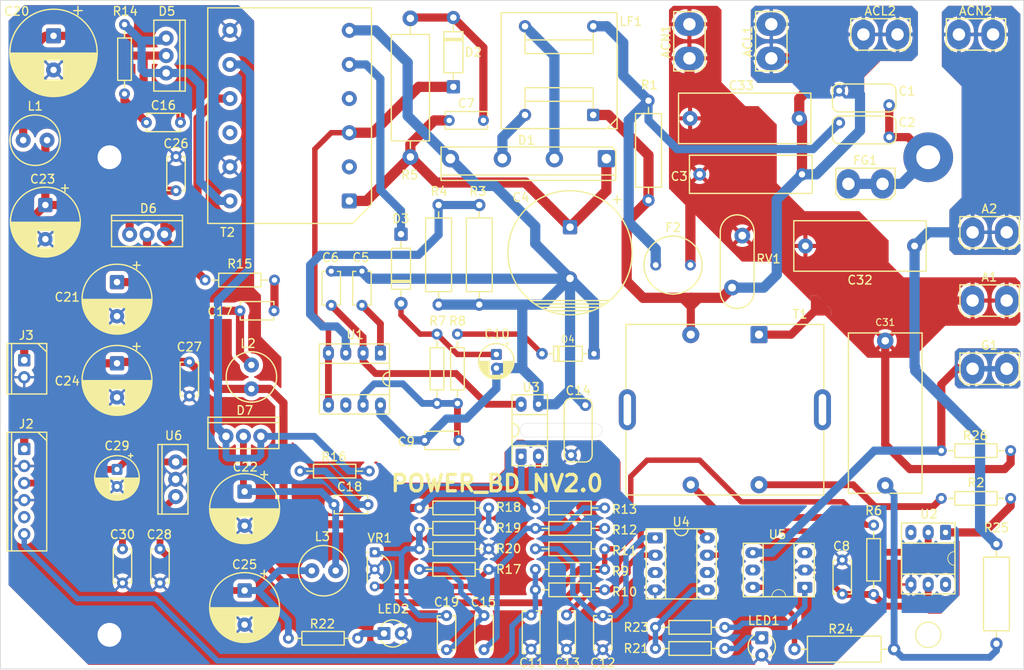
<source format=kicad_pcb>
(kicad_pcb (version 20241229) (generator "pcbnew") (generator_version "9.0")
  (layers (0 "F.Cu" signal) (2 "B.Cu" signal) (13 "F.Paste" user) (15 "B.Paste" user) (5 "F.SilkS" user "F.Silkscreen") (7 "B.SilkS" user "B.Silkscreen") (1 "F.Mask" user) (3 "B.Mask" user) (25 "Edge.Cuts" user))
  (net 0 "")
  (net 1 "/N01")
  (net 2 "Net-(A2-Pin_1)")
  (net 3 "/L01")
  (net 4 "GNDPWR")
  (net 5 "Net-(C2-Pad2)")
  (net 6 "Earth")
  (net 7 "Net-(D1-+)")
  (net 8 "Net-(U1-BA)")
  (net 9 "Net-(U1-FB)")
  (net 10 "Net-(D2-K)")
  (net 11 "/ZVC")
  (net 12 "GND")
  (net 13 "Net-(U1-VCC)")
  (net 14 "Net-(D3-K)")
  (net 15 "/PWM_PW")
  (net 16 "Net-(U4-(PCINT5{slash}RESET*{slash}ADC0{slash}dW)_PB5)")
  (net 17 "Net-(U4-(PCINT3{slash}XTAL1{slash}CLKI{slash}OC1B*{slash}ADC3)_PB3)")
  (net 18 "Net-(C15-Pad2)")
  (net 19 "Net-(C15-Pad1)")
  (net 20 "Net-(C16-Pad1)")
  (net 21 "Net-(D5-K)")
  (net 22 "Net-(D6-K)")
  (net 23 "Net-(C17-Pad1)")
  (net 24 "Net-(D7-K)")
  (net 25 "Net-(C18-Pad1)")
  (net 26 "Net-(C19-Pad2)")
  (net 27 "+24V")
  (net 28 "+12V")
  (net 29 "+8V")
  (net 30 "+5V")
  (net 31 "Net-(C31-Pad1)")
  (net 32 "Net-(D1-Pad3)")
  (net 33 "Net-(D1-Pad2)")
  (net 34 "Net-(D2-A)")
  (net 35 "Net-(D3-A)")
  (net 36 "Net-(D4-K)")
  (net 37 "Net-(G1-Pin_1)")
  (net 39 "Net-(LED1-A)")
  (net 40 "Net-(LED2-A)")
  (net 41 "Net-(T1-SB)")
  (net 42 "Net-(R2-Pad2)")
  (net 43 "Net-(U1-CS)")
  (net 44 "Net-(R12-Pad1)")
  (net 45 "Net-(R18-Pad1)")
  (net 46 "Net-(U4-PB0_(MOSI{slash}DI{slash}SDA{slash}AIN0{slash}OC0A{slash}OC1A{slash}AREF{slash}PCINT0))")
  (net 47 "Net-(R23-Pad2)")
  (net 48 "Net-(R24-Pad1)")
  (net 51 "Net-(T1-SA)")
  (net 59 "Net-(T2-N3)")
  (net 60 "Net-(T2-N2)")
  (net 61 "Net-(T2-N1)")
  (footprint "01_MyFoot_ICs:DIP-4_W7.62mm_Socket" (layer "F.Cu") (at 77.6 -34.985 90)
    (property "Reference" "U3")
    (property "Value" "PC817" (hide yes))
  )
  (footprint "04_MyFoot_Passive:104K_275V" (layer "F.Cu") (at 110 -72.5)
    (property "Reference" "C3")
    (property "Value" "MP104K/275V" (hide yes))
  )
  (footprint "04_MyFoot_Passive:R_Axial_0.25W_P10.16mm" (layer "F.Cu") (at 143 -25)
    (property "Reference" "R2")
    (property "Value" "1K" (hide yes))
  )
  (footprint "04_MyFoot_Passive:L_Radial_D7.5mm_P3.50mm" (layer "F.Cu") (at 47.4 -14.4 180)
    (property "Reference" "L3")
    (property "Value" "2.2uH/4.2A")
  )
  (footprint "04_MyFoot_Passive:R_Axial_0.25W_P10.16mm" (layer "F.Cu") (at 101.1 -6.1)
    (property "Reference" "R23")
    (property "Value" "330R" (hide yes))
  )
  (footprint "04_MyFoot_Passive:C_Disc_D4.7mm_P5.00mm" (layer "F.Cu") (at 51.4 -24.1 180)
    (property "Reference" "C18")
    (property "Value" "CC471/1kV" (hide yes))
  )
  (footprint "04_MyFoot_Passive:SPARK_KILLER" (layer "F.Cu") (at 109.1 -80.7 180)
    (property "Reference" "C33")
    (property "Value" "CR1201" (hide yes))
  )
  (footprint "01_MyFoot_ICs:TO220_P2.54mm" (layer "F.Cu") (at 25.7 -27.8 90)
    (property "Reference" "U6")
    (property "Value" "LM7805_TO220" (hide yes))
  )
  (footprint "04_MyFoot_Passive:C_Disc_D6.0mm_P5.00mm" (layer "F.Cu") (at 82.9875 -5.4 90)
    (property "Reference" "C13")
    (property "Value" "MLCC475" (hide yes))
  )
  (footprint "04_MyFoot_Passive:CP_Radial_D10.0mm_P5.00mm" (layer "F.Cu") (at 17.1 -54.2 -90)
    (property "Reference" "C21")
    (property "Value" "EC1000uF/25V" (hide yes))
  )
  (footprint "03_MyFoot_Active:TO220AB_P2.55mm" (layer "F.Cu") (at 21.5 -63.7)
    (property "Reference" "D6")
    (property "Value" "MUR1640FCT" (hide yes))
  )
  (footprint "04_MyFoot_Passive:C_Disc_D4.7mm_P5.00mm" (layer "F.Cu") (at 48.5 -55.8 -90)
    (property "Reference" "C6")
    (property "Value" "MLCC102" (hide yes))
  )
  (footprint "03_MyFoot_Active:GBJ406" (layer "F.Cu") (at 77.4 -74.8 180)
    (property "Reference" "D1")
    (property "Value" "GBJ406" (hide yes))
  )
  (footprint "02_MyFoot_Connectors:SMW250_06P" (layer "F.Cu") (at 3.5 -26 -90)
    (property "Reference" "J2")
    (property "Value" "SMW250-06P" (hide yes))
  )
  (footprint "04_MyFoot_Passive:R_Axial_0.25W_P10.16mm" (layer "F.Cu") (at 66.5 -17.6 180)
    (property "Reference" "R20")
    (property "Value" "10K" (hide yes))
  )
  (footprint "04_MyFoot_Passive:C_Disc_D4.7mm_P5.00mm" (layer "F.Cu") (at 70.9 -5.325 90)
    (property "Reference" "C15")
    (property "Value" "MLCC102" (hide yes))
  )
  (footprint "04_MyFoot_Passive:DS222M" (layer "F.Cu") (at 126.625 -79 180)
    (property "Reference" "C2")
    (property "Value" "DS222M/250VAC" (hide yes))
  )
  (footprint "04_MyFoot_Passive:R_Axial_1W_P14.6mm" (layer "F.Cu") (at 64.2375 -60.7 90)
    (property "Reference" "R4")
    (property "Value" "1.1R/1W/F" (hide yes))
  )
  (footprint "04_MyFoot_Passive:CP_Radial_D5.0mm_P2.00mm" (layer "F.Cu") (at 72.7 -45.1 -90)
    (property "Reference" "C10")
    (property "Value" "EC47uF/35V" (hide yes))
  )
  (footprint "02_MyFoot_Connectors:TAP_250" (layer "F.Cu") (at 129 -93)
    (property "Reference" "ACL2")
    (property "Value" "TAP_250" (hide yes))
  )
  (footprint "04_MyFoot_Passive:R_Axial_0.25W_P10.16mm" (layer "F.Cu") (at 101.1 -3)
    (property "Reference" "R21")
    (property "Value" "1K" (hide yes))
  )
  (footprint "03_MyFoot_Active:ZENER_0_5W_P7.62mm_Hori" (layer "F.Cu") (at 83.2 -46.2)
    (property "Reference" "D4")
    (property "Value" "1N5251" (hide yes))
  )
  (footprint "04_MyFoot_Passive:C_Disc_D6.0mm_P5.00mm" (layer "F.Cu") (at 68.3 -80.4)
    (property "Reference" "C7")
    (property "Value" "CC472/630V" (hide yes))
  )
  (footprint "04_MyFoot_Passive:C_Disc_D4.7mm_P5.00mm" (layer "F.Cu") (at 23.9 -80.1)
    (property "Reference" "C16")
    (property "Value" "CC471/1kV" (hide yes))
  )
  (footprint "04_MyFoot_Passive:EER28_35_12P" (layer "F.Cu") (at 42.4 -81.1 90)
    (property "Reference" "T2")
    (property "Value" "EER28" (hide yes))
  )
  (footprint "04_MyFoot_Passive:C_PP_L23.0mm_W10.9mm_P21.2mm" (layer "F.Cu") (at 129.7 -37.5 90)
    (property "Reference" "C31")
    (property "Value" "MPP104/600V" (hide yes))
  )
  (footprint "04_MyFoot_Passive:R_Axial_0.25W_P10.16mm" (layer "F.Cu") (at 83.5 -11.6)
    (property "Reference" "R10")
    (property "Value" "3.3K" (hide yes))
  )
  (footprint "04_MyFoot_Passive:R_Axial_0.25W_P10.16mm" (layer "F.Cu") (at 83.5 -17.6)
    (property "Reference" "R11")
    (property "Value" "10K" (hide yes))
  )
  (footprint "04_MyFoot_Passive:R_Axial_1W_P14.6mm" (layer "F.Cu") (at 146 -11 -90)
    (property "Reference" "R25")
    (property "Value" "2K/1W" (hide yes))
  )
  (footprint "04_MyFoot_Passive:SPARK_KILLER" (layer "F.Cu") (at 126 -62)
    (property "Reference" "C32")
    (property "Value" "CR1201" (hide yes))
  )
  (footprint "04_MyFoot_Passive:L_Radial_D7.5mm_P3.50mm" (layer "F.Cu") (at 36.8 -42.8 -90)
    (property "Reference" "L2")
    (property "Value" "2.2uH/4.2A")
  )
  (footprint "04_MyFoot_Passive:L_Radial_D7.5mm_P3.50mm" (layer "F.Cu") (at 5.1 -77.5)
    (property "Reference" "L1")
    (property "Value" "2.2uH/4.2A")
  )
  (footprint "04_MyFoot_Passive:C_Disc_D4.7mm_T3.0mm_P5.00mm" (layer "F.Cu") (at 64.7 -33.5)
    (property "Reference" "C9")
    (property "Value" "MLCC104" (hide yes))
  )
  (footprint "04_MyFoot_Passive:R_Axial_1W_P14.6mm" (layer "F.Cu") (at 70.2 -60.7 90)
    (property "Reference" "R3")
    (property "Value" "1.1R/1W/F" (hide yes))
  )
  (footprint "04_MyFoot_Passive:R_Axial_0.25W_P10.16mm" (layer "F.Cu") (at 35.1 -57)
    (property "Reference" "R15")
    (property "Value" "10R" (hide yes))
  )
  (footprint "04_MyFoot_Passive:C_Disc_D4.7mm_T3.0mm_P5.00mm" (layer "F.Cu") (at 23.4 -15.1 90)
    (property "Reference" "C28")
    (property "Value" "MLCC104" (hide yes))
  )
  (footprint "04_MyFoot_Passive:CP_Radial_D10.0mm_P5.00mm" (layer "F.Cu") (at 17.1 -42.3 -90)
    (property "Reference" "C24")
    (property "Value" "EC470uF/25V" (hide yes))
  )
  (footprint "04_MyFoot_Passive:R_Axial_0.25W_P10.16mm" (layer "F.Cu") (at 66.5 -20.6)
    (property "Reference" "R19")
    (property "Value" "18K" (hide yes))
  )
  (footprint "01_MyFoot_ICs:TO92_P2.5mm" (layer "F.Cu") (at 54.875 -14.6 -90)
    (property "Reference" "VR1")
    (property "Value" "TL431A" (hide yes))
  )
  (footprint "06_MyFoot_Mechanical:MTHole_3.5mm" (layer "F.Cu") (at 136 -5)
    (property "Reference" "H4" (hide yes))
    (property "Value" "MountingHole" (hide yes))
  )
  (footprint "04_MyFoot_Passive:C_Disc_D4.7mm_T3.0mm_P5.00mm" (layer "F.Cu") (at 17.9 -15.1 90)
    (property "Reference" "C30")
    (property "Value" "MLCC104" (hide yes))
  )
  (footprint "04_MyFoot_Passive:82uF_400V" (layer "F.Cu") (at 83.5 -61 -90)
    (property "Reference" "C4")
    (property "Value" "EC82uF/400V" (hide yes))
  )
  (footprint "04_MyFoot_Passive:R_Axial_0.25W_P10.16mm" (layer "F.Cu") (at 83.5 -20.6 180)
    (property "Reference" "R12")
    (property "Value" "820R" (hide yes))
  )
  (footprint "04_MyFoot_Passive:C_Disc_D4.7mm_T3.0mm_P5.00mm" (layer "F.Cu") (at 25.75 -72.6 -90)
    (property "Reference" "C26")
    (property "Value" "MLCC104" (hide yes))
  )
  (footprint "04_MyFoot_Passive:R_Axial_0.25W_P10.16mm" (layer "F.Cu") (at 64 -44 -90)
    (property "Reference" "R7")
    (property "Value" "4.7R" (hide yes))
  )
  (footprint "04_MyFoot_Passive:R_Axial_0.25W_P10.16mm" (layer "F.Cu") (at 66.5 -14.6 180)
    (property "Reference" "R17")
    (property "Value" "68K" (hide yes))
  )
  (footprint "03_MyFoot_Active:TO220AB_P2.55mm" (layer "F.Cu") (at 24.3 -89.9 -90)
    (property "Reference" "D5")
    (property "Value" "MUR1640FCT" (hide yes))
  )
  (footprint "04_MyFoot_Passive:R_Axial_0.25W_P10.16mm" (layer "F.Cu") (at 47.3 -4.5 180)
    (property "Reference" "R22")
    (property "Value" "680R" (hide yes))
  )
  (footprint "02_MyFoot_Connectors:TAP_250" (layer "F.Cu") (at 126.8 -71.1)
    (property "Reference" "FG1")
    (property "Value" "TAP_250" (hide yes))
  )
  (footprint "03_MyFoot_Active:TO220AB_P2.55mm" (layer "F.Cu") (at 35.625 -34.1)
    (property "Reference" "D7")
    (property "Value" "MUR1640FCT" (hide yes))
  )
  (footprint "04_MyFoot_Passive:C_Disc_D4.7mm_P5.00mm" (layer "F.Cu") (at 37.625 -52.5 180)
    (property "Reference" "C17")
    (property "Value" "CC471/1kV" (hide yes))
  )
  (footprint "06_MyFoot_Mechanical:MTHole_3.5mm_7.5mmPad_GND" (layer "F.Cu") (at 16 -75)
    (property "Reference" "H2" (hide yes))
    (property "Value" "GND" (hide yes))
  )
  (footprint "02_MyFoot_Connectors:TAP_250" (layer "F.Cu") (at 101 -92 90)
    (property "Reference" "ACN1")
    (property "Value" "TAP_250" (hide yes))
  )
  (footprint "04_MyFoot_Passive:R_Axial_0.25W_P10.16mm" (layer "F.Cu") (at 83.5 -23.6 180)
    (property "Reference" "R13")
    (property "Value" "1.2K" (hide yes))
  )
  (footprint "04_MyFoot_Passive:CP_Radial_D6.3mm_P2.50mm" (layer "F.Cu") (at 17.1 -28 -90)
    (property "Reference" "C29")
    (property "Value" "EC220uF/25V" (hide yes))
  )
  (footprint "04_MyFoot_Passive:R_Axial_0.25W_P10.16mm" (layer "F.Cu") (at 128 -16 90)
    (property "Reference" "R6")
    (property "Value" "10K" (hide yes))
  )
  (footprint "06_MyFoot_Mechanical:MTHole_3.5mm_7.5mmPad_GND" (layer "F.Cu") (at 16 -5)
    (property "Reference" "H3" (hide yes))
    (property "Value" "GND" (hide yes))
  )
  (footprint "04_MyFoot_Passive:R_Axial_0.25W_P10.16mm" (layer "F.Cu") (at 49 -29 180)
    (property "Reference" "R16")
    (property "Value" "10R" (hide yes))
  )
  (footprint "04_MyFoot_Passive:LF1140" (layer "F.Cu") (at 81.9 -87.7 90)
    (property "Reference" "LF1")
    (property "Value" "LF1140_602" (hide yes))
  )
  (footprint "06_MyFoot_Mechanical:MTHole_3.5mm_7.5mmPad_GND" (layer "F.Cu") (at 136 -75)
    (property "Reference" "H1" (hide yes))
    (property "Value" "F_GND" (hide yes))
  )
  (footprint "04_MyFoot_Passive:R_Axial_0.25W_P10.16mm" (layer "F.Cu") (at 67 -44 90)
    (property "Reference" "R8")
    (property "Value" "4.7R" (hide yes))
  )
  (footprint "04_MyFoot_Passive:C_Disc_D4.7mm_T3.0mm_P5.00mm" (layer "F.Cu") (at 27.7 -42.5 90)
    (property "Reference" "C27")
    (property "Value" "MLCC104" (hide yes))
  )
  (footprint "04_MyFoot_Passive:TNR14D_P7.62" (layer "F.Cu") (at 108 -59.7 -90)
    (property "Reference" "RV1")
    (property "Value" "TNR14D471" (hide yes))
  )
  (footprint "03_MyFoot_Active:Diode_P10.16mm" (layer "F.Cu") (at 66.4 -90.4 -90)
    (property "Reference" "D2")
    (property "Value" "UF4007" (hide yes))
  )
  (footprint "04_MyFoot_Passive:DS222M" (layer "F.Cu") (at 126.615 -83.7)
    (property "Reference" "C1")
    (property "Value" "DS222M/250VAC" (hide yes))
  )
  (footprint "04_MyFoot_Passive:EI2811BP" (layer "F.Cu") (at 106.2 -38 180)
    (property "Reference" "T1")
    (property "Value" "EI2811BP" (hide yes))
  )
  (footprint "04_MyFoot_Passive:C_Disc_D4.7mm_P5.00mm" (layer "F.Cu") (at 123.4 -13.475 -90)
    (property "Reference" "C8")
    (property "Value" "MLCC471" (hide yes))
  )
  (footprint "04_MyFoot_Passive:R_Axial_2W_P20.32mm" (layer "F.Cu") (at 60.1 -85.2 90)
    (property "Reference" "R5")
    (property "Value" "56K/2W" (hide yes))
  )
  (footprint "02_MyFoot_Connectors:TAP_250" (layer "F.Cu") (at 113 -92 90)
    (property "Reference" "ACL1")
    (property "Value" "TAP_250" (hide yes))
  )
  (footprint "02_MyFoot_Connectors:TAP_250" (layer "F.Cu") (at 145 -54)
    (property "Reference" "A1")
    (property "Value" "TAP_250" (hide yes))
  )
  (footprint "01_MyFoot_ICs:DIP-6_W7.62mm" (layer "F.Cu") (at 136 -16.2 -90)
    (property "Reference" "U2")
    (property "Value" "H11AA1" (hide yes))
  )
  (footprint "04_MyFoot_Passive:R_Axial_0.25W_P10.16mm" (layer "F.Cu") (at 83.5 -14.6)
    (property "Reference" "R9")
    (property "Value" "4.7K" (hide yes))
  )
  (footprint "02_MyFoot_Connectors:TAP_250" (layer "F.Cu") (at 145 -44)
    (property "Reference" "G1")
    (property "Value" "TAP_250" (hide yes))
  )
  (footprint "04_MyFoot_Passive:R_Axial_1W_P14.6mm" (layer "F.Cu") (at 123.7 -2.9)
    (property "Reference" "R24")
    (property "Value" "220R/1W" (hide yes))
  )
  (footprint "02_MyFoot_Connectors:TAP_250" (layer "F.Cu") (at 145 -64)
    (property "Reference" "A2")
    (property "Value" "TAP_250" (hide yes))
  )
  (footprint "05_MyFoot_Others:SR525ABK" (layer "F.Cu") (at 98.6 -59.2 180)
    (property "Reference" "F2")
    (property "Value" "SR5/2.5A" (hide yes))
  )
  (footprint "04_MyFoot_Passive:R_Axial_0.25W_P10.16mm" (layer "F.Cu") (at 18.2 -89.375 -90)
    (property "Reference" "R14")
    (property "Value" "10R" (hide yes))
  )
  (footprint "04_MyFoot_Passive:CP_Radial_D10.0mm_P5.00mm" (layer "F.Cu") (at 6.6 -65.5 -90)
    (property "Reference" "C23")
    (property "Value" "EC470uF/35V" (hide yes))
  )
  (footprint "03_MyFoot_Active:LED_D3.0mm" (layer "F.Cu") (at 57.5 -5.2 180)
    (property "Reference" "LED2")
    (property "Value" "RED/3Pi" (hide yes))
  )
  (footprint "04_MyFoot_Passive:CP_Radial_D12.5mm_P5.00mm" (layer "F.Cu") (at 7.8 -90.3 -90)
    (property "Reference" "C20")
    (property "Value" "EC1000uF/35V" (hide yes))
  )
  (footprint "04_MyFoot_Passive:R_Axial_1W_P14.6mm" (layer "F.Cu") (at 95 -76 90)
    (property "Reference" "R1")
    (property "Value" "560K/1W" (hide yes))
  )
  (footprint "03_MyFoot_Active:Diode_P10.16mm" (layer "F.Cu") (at 58.725 -58.65 90)
    (property "Reference" "D3")
    (property "Value" "UF4004" (hide yes))
  )
  (footprint "04_MyFoot_Passive:CP_Radial_D10.0mm_P5.00mm" (layer "F.Cu") (at 35.8 -9 -90)
    (property "Reference" "C25")
    (property "Value" "EC470uF/25V" (hide yes))
  )
  (footprint "01_MyFoot_ICs:DIP-8_W7.62mm_Socket" (layer "F.Cu") (at 99.8 -15.4)
    (property "Reference" "U4")
    (property "Value" "ATTINY85-20PU_1" (hide yes))
  )
  (footprint "01_MyFoot_ICs:DIP-6_W7.62mm" (layer "F.Cu") (at 114.1 -14.5 180)
    (property "Reference" "U5")
    (property "Value" "MOC3021M" (hide yes))
  )
  (footprint "04_MyFoot_Passive:C_Disc_D6.0mm_P5.00mm" (layer "F.Cu") (at 77.8 -5.4 90)
    (property "Reference" "C11")
    (property "Value" "MLCC475" (hide yes))
  )
  (footprint "04_MyFoot_Passive:C_Disc_D4.7mm_T3.0mm_P5.00mm" (layer "F.Cu") (at 53 -55.8 -90)
    (property "Reference" "C5")
    (property "Value" "MLCC104" (hide yes))
  )
  (footprint "02_MyFoot_Connectors:SMW250_02P" (layer "F.Cu") (at 3.5 -44 -90)
    (property "Reference" "J3")
    (property "Value" "SMW250-02P" (hide yes))
  )
  (footprint "04_MyFoot_Passive:R_Axial_0.25W_P10.16mm" (layer "F.Cu") (at 66.5 -23.6 180)
    (property "Reference" "R18")
    (property "Value" "20K" (hide yes))
  )
  (footprint "01_MyFoot_ICs:DIP-8_W7.62mm_Socket" (layer "F.Cu") (at 51.9 -42.5 -90)
    (property "Reference" "U1")
    (property "Value" "ICE3BR0665J" (hide yes))
  )
  (footprint "04_MyFoot_Passive:C_Disc_D4.7mm_T3.0mm_P5.00mm" (layer "F.Cu") (at 88.3 -5.325 90)
    (property "Reference" "C12")
    (property "Value" "MLCC104" (hide yes))
  )
  (footprint "04_MyFoot_Passive:R_Axial_0.25W_P10.16mm" (layer "F.Cu") (at 143 -32)
    (property "Reference" "R26")
    (property "Value" "100K/NOT" (hide yes))
  )
  (footprint "02_MyFoot_Connectors:TAP_250" (layer "F.Cu") (at 143 -93)
    (property "Reference" "ACN2")
    (property "Value" "TAP_250" (hide yes))
  )
  (footprint "04_MyFoot_Passive:CP_Radial_D10.0mm_P5.00mm" (layer "F.Cu") (at 35.8 -23.5 -90)
    (property "Reference" "C22")
    (property "Value" "EC1000uF/25V" (hide yes))
  )
  (footprint "04_MyFoot_Passive:C_Disc_D4.7mm_P5.00mm" (layer "F.Cu") (at 65.4 -5.325 90)
    (property "Reference" "C19")
    (property "Value" "MLCC224" (hide yes))
  )
  (footprint "04_MyFoot_Passive:DS222M" (layer "F.Cu") (at 84.7 -35 -90)
    (property "Reference" "C14")
    (property "Value" "DS222M/250VAC" (hide yes))
  )
  (footprint "03_MyFoot_Active:LED_D3.0mm" (layer "F.Cu") (at 111.6 -3.3 90)
    (property "Reference" "LED1")
    (property "Value" "RED/3Pi" (hide yes))
  )
  (gr_line (start 77.2 -34) (end 87.2 -34) (stroke (width 0.05)) (layer "Edge.Cuts"))
  (gr_line (start 87.2 -36) (end 77.2 -36) (stroke (width 0.05)) (layer "Edge.Cuts"))
  (gr_arc (start 77.2 -34) (mid 76.2 -35) (end 77.2 -36) (stroke (width 0.05)) (layer "Edge.Cuts"))
  (gr_rect (start 0 -98) (end 150 0) (stroke (width 0.1)) (fill no) (layer "Edge.Cuts"))
  (gr_arc (start 87.2 -36) (mid 88.2 -35) (end 87.2 -34) (stroke (width 0.05)) (layer "Edge.Cuts"))
  (gr_text "POWER_BD_NV2.0" (at 57 -25.8 0) (layer "F.SilkS") (effects (font (size 2.4 2.4) (thickness 0.48) (bold yes)) (justify left bottom)))
  (segment (start 148.08 -30.18) (end 147.2 -29.3) (width 1.2) (layer "F.Cu") (net 1))
  (segment (start 101.7 -69.5) (end 105.4 -69.5) (width 1.5) (layer "F.Cu") (net 1))
  (segment (start 138 -54) (end 142.5 -54) (width 1.2) (layer "F.Cu") (net 1))
  (segment (start 107.5 -79.5) (end 101 -86) (width 1.5) (layer "F.Cu") (net 1))
  (segment (start 129.7 -32.9) (end 129.7 -48.1) (width 1.2) (layer "F.Cu") (net 1))
  (segment (start 133.3 -29.3) (end 129.7 -32.9) (width 1.2) (layer "F.Cu") (net 1))
  (segment (start 101 -86) (end 101 -89.5) (width 1.5) (layer "F.Cu") (net 1))
  (segment (start 137.9 -53.9) (end 138 -54) (width 1.2) (layer "F.Cu") (net 1))
  (segment (start 107.5 -71.6) (end 107.5 -79.5) (width 1.5) (layer "F.Cu") (net 1))
  (segment (start 137.7 -54.1) (end 137.9 -53.9) (width 1.2) (layer "F.Cu") (net 1))
  (segment (start 111.2 -49) (end 115.9 -49) (width 1.2) (layer "F.Cu") (net 1))
  (segment (start 105.4 -69.5) (end 107.5 -71.6) (width 1.5) (layer "F.Cu") (net 1))
  (segment (start 147.2 -29.3) (end 133.3 -29.3) (width 1.2) (layer "F.Cu") (net 1))
  (segment (start 115.9 -49) (end 121 -54.1) (width 1.2) (layer "F.Cu") (net 1))
  (segment (start 121 -54.1) (end 137.7 -54.1) (width 1.2) (layer "F.Cu") (net 1))
  (segment (start 101.14 -68.94) (end 101.7 -69.5) (width 1.5) (layer "F.Cu") (net 1))
  (segment (start 101.14 -59.2) (end 101.14 -68.94) (width 1.5) (layer "F.Cu") (net 1))
  (segment (start 148.08 -32) (end 148.08 -30.18) (width 1.2) (layer "F.Cu") (net 1))
  (segment (start 143.6 -34.2) (end 134.1 -43.7) (width 1.5) (layer "B.Cu") (net 2))
  (segment (start 136 -64) (end 134 -62) (width 1.5) (layer "B.Cu") (net 2))
  (segment (start 146 -18.3) (end 143.6 -20.7) (width 1.5) (layer "B.Cu") (net 2))
  (segment (start 142.5 -64) (end 136 -64) (width 1.5) (layer "B.Cu") (net 2))
  (segment (start 134.1 -43.7) (end 134.1 -44.2) (width 1.5) (layer "B.Cu") (net 2))
  (segment (start 134.1 -44.2) (end 134 -44.3) (width 1.5) (layer "B.Cu") (net 2))
  (segment (start 134 -44.3) (end 134 -62) (width 1.5) (layer "B.Cu") (net 2))
  (segment (start 143.6 -20.7) (end 143.6 -34.2) (width 1.5) (layer "B.Cu") (net 2))
  (segment (start 95 -75.3) (end 95 -68.7) (width 1.5) (layer "F.Cu") (net 3))
  (segment (start 91.8 -65.5) (end 95 -68.7) (width 1.5) (layer "F.Cu") (net 3))
  (segment (start 101.2 -54.3) (end 101.3 -54.4) (width 1.2) (layer "F.Cu") (net 3))
  (segment (start 91.8 -56.8) (end 91.8 -65.5) (width 1.5) (layer "F.Cu") (net 3))
  (segment (start 107.25 -55.89) (end 105.76 -54.4) (width 1.5) (layer "F.Cu") (net 3))
  (segment (start 101.3 -54.4) (end 94.2 -54.4) (width 1.5) (layer "F.Cu") (net 3))
  (segment (start 89.1 -81.2) (end 95 -75.3) (width 1.5) (layer "F.Cu") (net 3))
  (segment (start 118.3 -84.8) (end 118.3 -88.5) (width 1.5) (layer "F.Cu") (net 3))
  (segment (start 105.76 -54.4) (end 101.3 -54.4) (width 1.5) (layer "F.Cu") (net 3))
  (segment (start 117.5 -80.3) (end 117.5 -72.5) (width 1.5) (layer "F.Cu") (net 3))
  (segment (start 86.9 -81.2) (end 89.1 -81.2) (width 1.5) (layer "F.Cu") (net 3))
  (segment (start 117.1 -83.6) (end 118.3 -84.8) (width 1.5) (layer "F.Cu") (net 3))
  (segment (start 117.1 -80.7) (end 117.1 -83.6) (width 1.5) (layer "F.Cu") (net 3))
  (segment (start 117.3 -89.5) (end 113 -89.5) (width 1.5) (layer "F.Cu") (net 3))
  (segment (start 101.2 -49) (end 101.2 -54.3) (width 1.2) (layer "F.Cu") (net 3))
  (segment (start 94.2 -54.4) (end 91.8 -56.8) (width 1.5) (layer "F.Cu") (net 3))
  (segment (start 117.1 -80.7) (end 117.5 -80.3) (width 1.5) (layer "F.Cu") (net 3))
  (segment (start 118.3 -88.5) (end 117.3 -89.5) (width 1.5) (layer "F.Cu") (net 3))
  (segment (start 113.8 -68.8) (end 117.5 -72.5) (width 1.5) (layer "B.Cu") (net 3))
  (segment (start 117.5 -72.5) (end 119.6 -72.5) (width 1.5) (layer "B.Cu") (net 3))
  (segment (start 126.5 -88) (end 126.5 -93) (width 1.5) (layer "B.Cu") (net 3))
  (segment (start 126 -84.2) (end 125.6 -84.6) (width 1.5) (layer "B.Cu") (net 3))
  (segment (start 111.89 -55.89) (end 113.8 -57.8) (width 1.5) (layer "B.Cu") (net 3))
  (segment (start 125.6 -84.6) (end 125.6 -87.1) (width 1.5) (layer "B.Cu") (net 3))
  (segment (start 125.6 -87.1) (end 126.5 -88) (width 1.5) (layer "B.Cu") (net 3))
  (segment (start 107.25 -55.89) (end 111.89 -55.89) (width 1.5) (layer "B.Cu") (net 3))
  (segment (start 113.8 -57.8) (end 113.8 -68.8) (width 1.5) (layer "B.Cu") (net 3))
  (segment (start 126 -78.9) (end 126 -84.2) (width 1.5) (layer "B.Cu") (net 3))
  (segment (start 119.6 -72.5) (end 126 -78.9) (width 1.5) (layer "B.Cu") (net 3))
  (segment (start 130.285 -77.95) (end 130.285 -82.64) (width 1.2) (layer "F.Cu") (net 4))
  (segment (start 130.285 -82.64) (end 130.275 -82.65) (width 1.2) (layer "F.Cu") (net 4))
  (segment (start 130.285 -77.95) (end 133.05 -77.95) (width 1.2) (layer "F.Cu") (net 4))
  (segment (start 133.05 -77.95) (end 136 -75) (width 1.2) (layer "F.Cu") (net 4))
  (segment (start 132.1 -71.1) (end 136 -75) (width 1.5) (layer "B.Cu") (net 4))
  (segment (start 124.3 -71.1) (end 129.3 -71.1) (width 1.5) (layer "B.Cu") (net 4))
  (segment (start 129.3 -71.1) (end 132.1 -71.1) (width 1.5) (layer "B.Cu") (net 4))
  (segment (start 95 -83.3) (end 91.3 -87) (width 1.5) (layer "B.Cu") (net 5))
  (segment (start 99.2 -76.2) (end 95 -80.4) (width 1.2) (layer "B.Cu") (net 5))
  (segment (start 96.06 -61.54) (end 92.1 -65.5) (width 1.5) (layer "B.Cu") (net 5))
  (segment (start 91.3 -91.8) (end 88.9 -94.2) (width 1.5) (layer "B.Cu") (net 5))
  (segment (start 92.1 -65.5) (end 92.1 -80.4) (width 1.5) (layer "B.Cu") (net 5))
  (segment (start 122.965 -80.05) (end 119.115 -76.2) (width 1.2) (layer "B.Cu") (net 5))
  (segment (start 96.06 -59.2) (end 96.06 -61.54) (width 1.5) (layer "B.Cu") (net 5))
  (segment (start 91.3 -87) (end 91.3 -91.8) (width 1.5) (layer "B.Cu") (net 5))
  (segment (start 88.9 -94.2) (end 86.9 -94.2) (width 1.5) (layer "B.Cu") (net 5))
  (segment (start 92.1 -80.4) (end 95 -83.3) (width 1.5) (layer "B.Cu") (net 5))
  (segment (start 95 -80.4) (end 95 -83.3) (width 1.2) (layer "B.Cu") (net 5))
  (segment (start 119.115 -76.2) (end 99.2 -76.2) (width 1.2) (layer "B.Cu") (net 5))
  (segment (start 83.25 -57.25) (end 83.5 -57.25) (width 1.5) (layer "F.Cu") (net 6))
  (segment (start 54.1 -57.2) (end 83.2 -57.2) (width 1.5) (layer "B.Cu") (net 6))
  (segment (start 59.7 -88.9) (end 55 -93.6) (width 1.5) (layer "B.Cu") (net 6))
  (segment (start 72.7 -41.1) (end 72.7 -44.1) (width 1.2) (layer "B.Cu") (net 6))
  (segment (start 65.4 -36.7) (end 68.3 -36.7) (width 1.2) (layer "B.Cu") (net 6))
  (segment (start 87.01 -53.74) (end 83.5 -57.25) (width 1.5) (layer "B.Cu") (net 6))
  (segment (start 55 -93.6) (end 51.15 -93.6) (width 1.5) (layer "B.Cu") (net 6))
  (segment (start 69.97 -70.8) (end 72.5 -70.8) (width 1.5) (layer "B.Cu") (net 6))
  (segment (start 85.75 -38.66) (end 83.5 -40.91) (width 1.5) (layer "B.Cu") (net 6))
  (segment (start 83.5 -40.91) (end 83.5 -57.25) (width 1.5) (layer "B.Cu") (net 6))
  (segment (start 78.87 -38.795) (end 81.385 -38.795) (width 1.5) (layer "B.Cu") (net 6))
  (segment (start 83.45 -57.25) (end 83.5 -57.25) (width 1.5) (layer "B.Cu") (net 6))
  (segment (start 72.5 -70.8) (end 78.4 -64.9) (width 1.5) (layer "B.Cu") (net 6))
  (segment (start 72.7 -44.1) (end 76.2 -44.1) (width 1.5) (layer "B.Cu") (net 6))
  (segment (start 64.2375 -53.4) (end 70.2 -53.4) (width 1.5) (layer "B.Cu") (net 6))
  (segment (start 53 -58.3) (end 54.1 -57.2) (width 1.5) (layer "B.Cu") (net 6))
  (segment (start 55.71 -38.69) (end 55.71 -37.29) (width 1.2) (layer "B.Cu") (net 6))
  (segment (start 76.2 -44.1) (end 76.4 -44.1) (width 1.5) (layer "B.Cu") (net 6))
  (segment (start 76.4 -44.1) (end 78.87 -41.63) (width 1.5) (layer "B.Cu") (net 6))
  (segment (start 76.2 -44.1) (end 76.5 -44.4) (width 1.5) (layer "B.Cu") (net 6))
  (segment (start 81.385 -38.795) (end 83.5 -40.91) (width 1.5) (layer "B.Cu") (net 6))
  (segment (start 68.3 -36.7) (end 72.7 -41.1) (width 1.2) (layer "B.Cu") (net 6))
  (segment (start 62.2 -33.5) (end 65.4 -36.7) (width 1.2) (layer "B.Cu") (net 6))
  (segment (start 59.7 -81.07) (end 59.7 -88.9) (width 1.5) (layer "B.Cu") (net 6))
  (segment (start 78.4 -62.35) (end 83.5 -57.25) (width 1.5) (layer "B.Cu") (net 6))
  (segment (start 59.5 -33.5) (end 62.2 -33.5) (width 1.2) (layer "B.Cu") (net 6))
  (segment (start 79.6 -53.4) (end 83.45 -57.25) (width 1.5) (layer "B.Cu") (net 6))
  (segment (start 87.01 -46.2) (end 87.01 -53.74) (width 1.5) (layer "B.Cu") (net 6))
  (segment (start 65.97 -74.8) (end 69.97 -70.8) (width 1.5) (layer "B.Cu") (net 6))
  (segment (start 48.5 -58.3) (end 53 -58.3) (width 1.5) (layer "B.Cu") (net 6))
  (segment (start 76.4 -53.4) (end 76.5 -53.3) (width 1.5) (layer "B.Cu") (net 6))
  (segment (start 55.71 -37.29) (end 59.5 -33.5) (width 1.2) (layer "B.Cu") (net 6))
  (segment (start 83.2 -57.2) (end 83.25 -57.25) (width 1.5) (layer "B.Cu") (net 6))
  (segment (start 70.2 -53.4) (end 76.4 -53.4) (width 1.5) (layer "B.Cu") (net 6))
  (segment (start 65.97 -74.8) (end 59.7 -81.07) (width 1.5) (layer "B.Cu") (net 6))
  (segment (start 78.4 -64.9) (end 78.4 -62.35) (width 1.5) (layer "B.Cu") (net 6))
  (segment (start 76.6 -53.4) (end 79.6 -53.4) (width 1.5) (layer "B.Cu") (net 6))
  (segment (start 76.5 -53.3) (end 76.6 -53.4) (width 1.5) (layer "B.Cu") (net 6))
  (segment (start 76.5 -44.4) (end 76.5 -53.3) (width 1.5) (layer "B.Cu") (net 6))
  (segment (start 78.87 -41.63) (end 78.87 -38.795) (width 1.5) (layer "B.Cu") (net 6))
  (segment (start 63.6 -80.4) (end 65.8 -80.4) (width 1.5) (layer "F.Cu") (net 7))
  (segment (start 88.83 -74.8) (end 88.83 -70.08) (width 1.5) (layer "F.Cu") (net 7))
  (segment (start 76.95 -71.3) (end 83.5 -64.75) (width 1.5) (layer "F.Cu") (net 7))
  (segment (start 60.1 -75.04) (end 63.84 -71.3) (width 1.5) (layer "F.Cu") (net 7))
  (segment (start 88.83 -70.08) (end 83.5 -64.75) (width 1.5) (layer "F.Cu") (net 7))
  (segment (start 51.15 -68.6) (end 53.66 -68.6) (width 1.5) (layer "F.Cu") (net 7))
  (segment (start 63.84 -71.3) (end 76.95 -71.3) (width 1.5) (layer "F.Cu") (net 7))
  (segment (start 53.66 -68.6) (end 60.1 -75.04) (width 1.5) (layer "F.Cu") (net 7))
  (segment (start 60.1 -75.04) (end 60.1 -76.9) (width 1.5) (layer "F.Cu") (net 7))
  (segment (start 60.1 -76.9) (end 63.6 -80.4) (width 1.5) (layer "F.Cu") (net 7))
  (segment (start 55.71 -46.31) (end 55.71 -50.59) (width 1) (layer "F.Cu") (net 8))
  (segment (start 55.71 -50.59) (end 53 -53.3) (width 1) (layer "F.Cu") (net 8))
  (segment (start 53.17 -48.63) (end 48.5 -53.3) (width 1) (layer "F.Cu") (net 9))
  (segment (start 66.8 -43.3) (end 55 -43.3) (width 1) (layer "F.Cu") (net 9))
  (segment (start 76.33 -38.795) (end 71.305 -38.795) (width 1) (layer "F.Cu") (net 9))
  (segment (start 71.305 -38.795) (end 66.8 -43.3) (width 1) (layer "F.Cu") (net 9))
  (segment (start 53.17 -45.13) (end 53.17 -46.31) (width 1) (layer "F.Cu") (net 9))
  (segment (start 55 -43.3) (end 53.17 -45.13) (width 1) (layer "F.Cu") (net 9))
  (segment (start 53.17 -46.31) (end 53.17 -48.63) (width 1) (layer "F.Cu") (net 9))
  (segment (start 70.8 -80.4) (end 70.8 -91.08) (width 1.2) (layer "F.Cu") (net 10))
  (segment (start 60.22 -95.48) (end 60.1 -95.36) (width 1.2) (layer "F.Cu") (net 10))
  (segment (start 66.4 -95.48) (end 60.22 -95.48) (width 1.2) (layer "F.Cu") (net 10))
  (segment (start 70.8 -91.08) (end 66.4 -95.48) (width 1.2) (layer "F.Cu") (net 10))
  (segment (start 136 -9.9) (end 136 -12.39) (width 1) (layer "F.Cu") (net 11))
  (segment (start 123.455 -10.92) (end 123.4 -10.975) (width 1) (layer "F.Cu") (net 11))
  (segment (start 108.8 -20.2) (end 119.3 -20.2) (width 0.8) (layer "F.Cu") (net 11))
  (segment (start 119.3 -20.2) (end 121.2 -18.3) (width 0.8) (layer "F.Cu") (net 11))
  (segment (start 129.7 -9.2) (end 135.3 -9.2) (width 1) (layer "F.Cu") (net 11))
  (segment (start 128 -10.92) (end 128 -10.9) (width 1) (layer "F.Cu") (net 11))
  (segment (start 105.27 -16.67) (end 108.8 -20.2) (width 0.8) (layer "F.Cu") (net 11))
  (segment (start 121.2 -18.3) (end 121.2 -13.175) (width 0.8) (layer "F.Cu") (net 11))
  (segment (start 103.61 -16.67) (end 105.27 -16.67) (width 0.8) (layer "F.Cu") (net 11))
  (segment (start 128 -10.92) (end 123.455 -10.92) (width 1) (layer "F.Cu") (net 11))
  (segment (start 121.2 -13.175) (end 123.4 -10.975) (width 0.8) (layer "F.Cu") (net 11))
  (segment (start 128 -10.9) (end 129.7 -9.2) (width 1) (layer "F.Cu") (net 11))
  (segment (start 135.3 -9.2) (end 136 -9.9) (width 1) (layer "F.Cu") (net 11))
  (segment (start 67 -38.92) (end 67 -33.7) (width 1) (layer "F.Cu") (net 13))
  (segment (start 67 -33.7) (end 67.2 -33.5) (width 1) (layer "F.Cu") (net 13))
  (segment (start 53.17 -40.17) (end 53.17 -38.69) (width 1) (layer "B.Cu") (net 13))
  (segment (start 54.8 -41.8) (end 53.17 -40.17) (width 1) (layer "B.Cu") (net 13))
  (segment (start 64 -38.92) (end 67 -38.92) (width 1) (layer "B.Cu") (net 13))
  (segment (start 64 -38.92) (end 61.88 -38.92) (width 1) (layer "B.Cu") (net 13))
  (segment (start 59 -41.8) (end 54.8 -41.8) (width 1) (layer "B.Cu") (net 13))
  (segment (start 61.88 -38.92) (end 59 -41.8) (width 1) (layer "B.Cu") (net 13))
  (segment (start 61.52 -49.08) (end 58.725 -51.875) (width 0.8) (layer "F.Cu") (net 14))
  (segment (start 66.98 -46.1) (end 64 -49.08) (width 0.8) (layer "F.Cu") (net 14))
  (segment (start 64 -49.08) (end 61.52 -49.08) (width 0.8) (layer "F.Cu") (net 14))
  (segment (start 72.7 -46.1) (end 66.98 -46.1) (width 0.8) (layer "F.Cu") (net 14))
  (segment (start 58.725 -51.875) (end 58.725 -53.57) (width 0.8) (layer "F.Cu") (net 14))
  (segment (start 75 -6.3) (end 75 -2.4) (width 0.8) (layer "B.Cu") (net 15))
  (segment (start 78.42 -11.6) (end 78.42 -8.52) (width 0.8) (layer "B.Cu") (net 15))
  (segment (start 77.8 -7.9) (end 76.6 -7.9) (width 0.8) (layer "B.Cu") (net 15))
  (segment (start 76.6 -7.9) (end 75 -6.3) (width 0.8) (layer "B.Cu") (net 15))
  (segment (start 75 -2.4) (end 73.8 -1.2) (width 0.8) (layer "B.Cu") (net 15))
  (segment (start 31.8 -1.2) (end 22.7 -10.3) (width 0.8) (layer "B.Cu") (net 15))
  (segment (start 11.3 -10.3) (end 3.5 -18.1) (width 0.8) (layer "B.Cu") (net 15))
  (segment (start 3.5 -18.1) (end 3.5 -19.75) (width 0.8) (layer "B.Cu") (net 15))
  (segment (start 78.42 -8.52) (end 77.8 -7.9) (width 0.8) (layer "B.Cu") (net 15))
  (segment (start 22.7 -10.3) (end 11.3 -10.3) (width 0.8) (layer "B.Cu") (net 15))
  (segment (start 78.42 -14.6) (end 78.42 -11.6) (width 0.8) (layer "B.Cu") (net 15))
  (segment (start 73.8 -1.2) (end 31.8 -1.2) (width 0.8) (layer "B.Cu") (net 15))
  (segment (start 91.7 -16.7) (end 91.7 -9.4) (width 0.8) (layer "B.Cu") (net 16))
  (segment (start 90.125 -7.825) (end 88.3 -7.825) (width 0.8) (layer "B.Cu") (net 16))
  (segment (start 83.9 -15.5) (end 83.9 -11) (width 0.8) (layer "B.Cu") (net 16))
  (segment (start 94.21 -19.21) (end 91.7 -16.7) (width 0.8) (layer "B.Cu") (net 16))
  (segment (start 78.42 -17.6) (end 81.8 -17.6) (width 0.8) (layer "B.Cu") (net 16))
  (segment (start 81.8 -17.6) (end 83.9 -15.5) (width 0.8) (layer "B.Cu") (net 16))
  (segment (start 87.075 -7.825) (end 88.3 -7.825) (width 0.8) (layer "B.Cu") (net 16))
  (segment (start 83.9 -11) (end 87.075 -7.825) (width 0.8) (layer "B.Cu") (net 16))
  (segment (start 91.7 -9.4) (end 90.125 -7.825) (width 0.8) (layer "B.Cu") (net 16))
  (segment (start 95.99 -19.21) (end 94.21 -19.21) (width 0.8) (layer "B.Cu") (net 16))
  (segment (start 82.9875 -7.9) (end 83 -7.9) (width 0.8) (layer "F.Cu") (net 17))
  (segment (start 86.7 -11.6) (end 88.58 -11.6) (width 0.8) (layer "F.Cu") (net 17))
  (segment (start 92 -15.1) (end 93.57 -16.67) (width 0.8) (layer "F.Cu") (net 17))
  (segment (start 89.5 -11.6) (end 92 -14.1) (width 0.8) (layer "F.Cu") (net 17))
  (segment (start 92 -14.1) (end 92 -15.1) (width 0.8) (layer "F.Cu") (net 17))
  (segment (start 83 -7.9) (end 86.7 -11.6) (width 0.8) (layer "F.Cu") (net 17))
  (segment (start 88.58 -11.6) (end 89.5 -11.6) (width 0.8) (layer "F.Cu") (net 17))
  (segment (start 93.57 -16.67) (end 95.99 -16.67) (width 0.8) (layer "F.Cu") (net 17))
  (segment (start 61.42 -14.6) (end 65.5 -14.6) (width 0.8) (layer "B.Cu") (net 18))
  (segment (start 65.9 -2.825) (end 70.9 -7.825) (width 0.8) (layer "B.Cu") (net 18))
  (segment (start 67.825 -10.9) (end 70.9 -7.825) (width 0.8) (layer "B.Cu") (net 18))
  (segment (start 67.8 -10.9) (end 67.825 -10.9) (width 0.8) (layer "B.Cu") (net 18))
  (segment (start 67.5 -11.2) (end 67.8 -10.9) (width 0.8) (layer "B.Cu") (net 18))
  (segment (start 65.5 -14.6) (end 67.5 -12.6) (width 0.8) (layer "B.Cu") (net 18))
  (segment (start 65.4 -2.825) (end 65.9 -2.825) (width 0.8) (layer "B.Cu") (net 18))
  (segment (start 67.5 -12.6) (end 67.5 -11.2) (width 0.8) (layer "B.Cu") (net 18))
  (segment (start 54.875 -12.1) (end 69.08 -12.1) (width 0.8) (layer "F.Cu") (net 19))
  (segment (start 69.08 -12.1) (end 71.58 -14.6) (width 0.8) (layer "F.Cu") (net 19))
  (segment (start 74.9 -18.4) (end 74.9 -16.7) (width 0.8) (layer "B.Cu") (net 19))
  (segment (start 71.58 -14.6) (end 72.7 -14.6) (width 0.8) (layer "B.Cu") (net 19))
  (segment (start 74.9 -16.7) (end 72.8 -14.6) (width 0.8) (layer "B.Cu") (net 19))
  (segment (start 72.8 -4.725) (end 70.9 -2.825) (width 0.8) (layer "B.Cu") (net 19))
  (segment (start 72.8 -14.6) (end 71.58 -14.6) (width 0.8) (layer "B.Cu") (net 19))
  (segment (start 85.5 -23.6) (end 88.58 -23.6) (width 0.8) (layer "B.Cu") (net 19))
  (segment (start 78.42 -20.6) (end 82.5 -20.6) (width 0.8) (layer "B.Cu") (net 19))
  (segment (start 72.8 -14.5) (end 72.8 -4.725) (width 0.8) (layer "B.Cu") (net 19))
  (segment (start 82.5 -20.6) (end 85.5 -23.6) (width 0.8) (layer "B.Cu") (net 19))
  (segment (start 78.42 -20.6) (end 77.1 -20.6) (width 0.8) (layer "B.Cu") (net 19))
  (segment (start 72.7 -14.6) (end 72.8 -14.5) (width 0.8) (layer "B.Cu") (net 19))
  (segment (start 77.1 -20.6) (end 74.9 -18.4) (width 0.8) (layer "B.Cu") (net 19))
  (segment (start 18.2 -83.3) (end 21.4 -80.1) (width 1.2) (layer "F.Cu") (net 20))
  (segment (start 18.2 -84.295) (end 18.2 -83.3) (width 1.2) (layer "F.Cu") (net 20))
  (segment (start 22.3 -83.1) (end 21 -84.4) (width 1.2) (layer "F.Cu") (net 21))
  (segment (start 12.3 -92.8) (end 15.2 -89.9) (width 1.2) (layer "F.Cu") (net 21))
  (segment (start 21 -84.4) (end 21 -89.9) (width 1.2) (layer "F.Cu") (net 21))
  (segment (start 26.4 -80.1) (end 26.4 -82) (width 1.2) (layer "F.Cu") (net 21))
  (segment (start 7.8 -92.8) (end 12.3 -92.8) (width 1.2) (layer "F.Cu") (net 21))
  (segment (start 21 -89.9) (end 24.3 -89.9) (width 1.2) (layer "F.Cu") (net 21))
  (segment (start 25.3 -83.1) (end 22.3 -83.1) (width 1.2) (layer "F.Cu") (net 21))
  (segment (start 15.2 -89.9) (end 21 -89.9) (width 1.2) (layer "F.Cu") (net 21))
  (segment (start 26.4 -82) (end 25.3 -83.1) (width 1.2) (layer "F.Cu") (net 21))
  (segment (start 3.35 -77.5) (end 3.35 -89.55) (width 1.2) (layer "F.Cu") (net 21))
  (segment (start 3.35 -89.55) (end 6.6 -92.8) (width 1.2) (layer "F.Cu") (net 21))
  (segment (start 6.6 -92.8) (end 7.8 -92.8) (width 1.2) (layer "F.Cu") (net 21))
  (segment (start 35.125 -52.5) (end 25.7 -52.5) (width 1.2) (layer "F.Cu") (net 22))
  (segment (start 35.125 -46.225) (end 36.8 -44.55) (width 1.2) (layer "F.Cu") (net 22))
  (segment (start 35.125 -52.5) (end 35.125 -46.225) (width 1.2) (layer "F.Cu") (net 22))
  (segment (start 21.5 -56.7) (end 21.5 -63.7) (width 1.2) (layer "F.Cu") (net 22))
  (segment (start 21.5 -56.7) (end 17.1 -56.7) (width 1.2) (layer "F.Cu") (net 22))
  (segment (start 25.7 -52.5) (end 21.5 -56.7) (width 1.2) (layer "F.Cu") (net 22))
  (segment (start 40.18 -57) (end 40.18 -52.555) (width 1.2) (layer "F.Cu") (net 23))
  (segment (start 40.18 -52.555) (end 40.125 -52.5) (width 1.2) (layer "F.Cu") (net 23))
  (segment (start 35.625 -26.175) (end 35.8 -26) (width 1) (layer "F.Cu") (net 24))
  (segment (start 35.625 -34.1) (end 35.625 -26.175) (width 1) (layer "F.Cu") (net 24))
  (segment (start 49.15 -23.85) (end 48.9 -24.1) (width 1) (layer "B.Cu") (net 24))
  (segment (start 35.8 -26) (end 47 -26) (width 1) (layer "B.Cu") (net 24))
  (segment (start 47 -26) (end 48.9 -24.1) (width 1) (layer "B.Cu") (net 24))
  (segment (start 49.15 -14.4) (end 49.15 -23.85) (width 1) (layer "B.Cu") (net 24))
  (segment (start 43.92 -29) (end 47.6 -29) (width 1) (layer "B.Cu") (net 25))
  (segment (start 47.6 -29) (end 52.5 -24.1) (width 1) (layer "B.Cu") (net 25))
  (segment (start 52.5 -24.1) (end 53.9 -24.1) (width 1) (layer "B.Cu") (net 25))
  (segment (start 58.8 -10.5) (end 61.475 -7.825) (width 0.8) (layer "B.Cu") (net 26))
  (segment (start 58.8 -16.9) (end 58.8 -10.5) (width 0.8) (layer "B.Cu") (net 26))
  (segment (start 55.075 -16.9) (end 54.875 -17.1) (width 0.8) (layer "B.Cu") (net 26))
  (segment (start 61.475 -7.825) (end 65.4 -7.825) (width 0.8) (layer "B.Cu") (net 26))
  (segment (start 58.8 -16.9) (end 55.075 -16.9) (width 0.8) (layer "B.Cu") (net 26))
  (segment (start 59.5 -17.6) (end 61.42 -17.6) (width 0.8) (layer "B.Cu") (net 26))
  (segment (start 61.42 -17.6) (end 61.42 -20.6) (width 1) (layer "B.Cu") (net 26))
  (segment (start 58.8 -16.9) (end 59.5 -17.6) (width 0.8) (layer "B.Cu") (net 26))
  (segment (start 6.6 -68) (end 6.6 -77.25) (width 1.2) (layer "F.Cu") (net 27))
  (segment (start 15.7 -68) (end 17.8 -70.1) (width 1.2) (layer "F.Cu") (net 27))
  (segment (start 2.4 -53.7) (end 2.4 -63.8) (width 1.2) (layer "F.Cu") (net 27))
  (segment (start 6.6 -68) (end 15.7 -68) (width 1.2) (layer "F.Cu") (net 27))
  (segment (start 6.6 -77.25) (end 6.85 -77.5) (width 1.2) (layer "F.Cu") (net 27))
  (segment (start 17.8 -70.1) (end 25.75 -70.1) (width 1.2) (layer "F.Cu") (net 27))
  (segment (start 2.4 -63.8) (end 6.6 -68) (width 1.2) (layer "F.Cu") (net 27))
  (segment (start 3.5 -52.6) (end 2.4 -53.7) (width 1.2) (layer "F.Cu") (net 27))
  (segment (start 3.5 -45.25) (end 3.5 -52.6) (width 1.2) (layer "F.Cu") (net 27))
  (segment (start 57.3 -21.2) (end 44.8 -21.2) (width 1.2) (layer "F.Cu") (net 28))
  (segment (start 14.3 -44.8) (end 17.1 -44.8) (width 1.2) (layer "F.Cu") (net 28))
  (segment (start 61.42 -23.6) (end 59.7 -23.6) (width 1.2) (layer "F.Cu") (net 28))
  (segment (start 31.65 -41.05) (end 27.7 -45) (width 1.2) (layer "F.Cu") (net 28))
  (segment (start 36.8 -41.05) (end 31.65 -41.05) (width 1.2) (layer "F.Cu") (net 28))
  (segment (start 3.5 -32.25) (end 3.5 -34) (width 1.2) (layer "F.Cu") (net 28))
  (segment (start 41.5 -24.5) (end 41.5 -39) (width 1.2) (layer "F.Cu") (net 28))
  (segment (start 44.8 -21.2) (end 41.5 -24.5) (width 1.2) (layer "F.Cu") (net 28))
  (segment (start 3.5 -34) (end 14.3 -44.8) (width 1.2) (layer "F.Cu") (net 28))
  (segment (start 17.3 -45) (end 17.1 -44.8) (width 1.2) (layer "F.Cu") (net 28))
  (segment (start 39.45 -41.05) (end 36.8 -41.05) (width 1.2) (layer "F.Cu") (net 28))
  (segment (start 41.5 -39) (end 39.45 -41.05) (width 1.2) (layer "F.Cu") (net 28))
  (segment (start 27.7 -45) (end 17.3 -45) (width 1.2) (layer "F.Cu") (net 28))
  (segment (start 59.7 -23.6) (end 57.3 -21.2) (width 1.2) (layer "F.Cu") (net 28))
  (segment (start 63.51 -25.69) (end 61.42 -23.6) (width 1) (layer "B.Cu") (net 28))
  (segment (start 76.33 -31.175) (end 76.33 -25.69) (width 1) (layer "B.Cu") (net 28))
  (segment (start 76.33 -25.69) (end 63.51 -25.69) (width 1) (layer "B.Cu") (net 28))
  (segment (start 76.33 -25.69) (end 78.42 -23.6) (width 1) (layer "B.Cu") (net 28))
  (segment (start 23.4 -22.96) (end 25.7 -25.26) (width 1) (layer "F.Cu") (net 29))
  (segment (start 25.75 -16.4) (end 24.6 -16.4) (width 1) (layer "F.Cu") (net 29))
  (segment (start 30.65 -11.5) (end 25.75 -16.4) (width 1) (layer "F.Cu") (net 29))
  (segment (start 24.6 -16.4) (end 23.4 -17.6) (width 1) (layer "F.Cu") (net 29))
  (segment (start 35.8 -11.5) (end 30.65 -11.5) (width 1) (layer "F.Cu") (net 29))
  (segment (start 23.4 -17.6) (end 23.4 -22.96) (width 1) (layer "F.Cu") (net 29))
  (segment (start 37.9 -11.5) (end 40.8 -14.4) (width 1) (layer "B.Cu") (net 29))
  (segment (start 40.8 -14.4) (end 45.65 -14.4) (width 1) (layer "B.Cu") (net 29))
  (segment (start 35.8 -11.5) (end 37.8 -11.5) (width 1) (layer "B.Cu") (net 29))
  (segment (start 37.8 -11.5) (end 42.22 -7.08) (width 1) (layer "B.Cu") (net 29))
  (segment (start 35.8 -11.5) (end 37.9 -11.5) (width 1) (layer "B.Cu") (net 29))
  (segment (start 42.22 -7.08) (end 42.22 -4.5) (width 1) (layer "B.Cu") (net 29))
  (segment (start 90.8 -17.6) (end 88.58 -17.6) (width 0.8) (layer "F.Cu") (net 30))
  (segment (start 9.15 -27.25) (end 11.15 -29.25) (width 1) (layer "F.Cu") (net 30))
  (segment (start 123.5 -24.5) (end 108.6 -24.5) (width 0.8) (layer "F.Cu") (net 30))
  (segment (start 29 -17.9) (end 29 -29.2) (width 1) (layer "F.Cu") (net 30))
  (segment (start 14.1 -29.25) (end 17.1 -29.25) (width 1) (layer "F.Cu") (net 30))
  (segment (start 92.4 -19.2) (end 90.8 -17.6) (width 0.8) (layer "F.Cu") (net 30))
  (segment (start 92.4 -28.2) (end 92.4 -22.6) (width 0.8) (layer "F.Cu") (net 30))
  (segment (start 15.1 -23.2) (end 14.1 -24.2) (width 1) (layer "F.Cu") (net 30))
  (segment (start 38.1 -16.1) (end 30.8 -16.1) (width 1) (layer "F.Cu") (net 30))
  (segment (start 17.9 -17.6) (end 17.9 -22) (width 1) (layer "F.Cu") (net 30))
  (segment (start 80 -9.7) (end 44.5 -9.7) (width 1) (layer "F.Cu") (net 30))
  (segment (start 3.5 -27.25) (end 9.15 -27.25) (width 1) (layer "F.Cu") (net 30))
  (segment (start 128 -21.08) (end 126.92 -21.08) (width 0.8) (layer "F.Cu") (net 30))
  (segment (start 94.8 -30.6) (end 92.4 -28.2) (width 0.8) (layer "F.Cu") (net 30))
  (segment (start 11.15 -29.25) (end 14.1 -29.25) (width 1) (layer "F.Cu") (net 30))
  (segment (start 92.4 -22.6) (end 92.4 -19.2) (width 0.8) (layer "F.Cu") (net 30))
  (segment (start 27.86 -30.34) (end 25.7 -30.34) (width 1) (layer "F.Cu") (net 30))
  (segment (start 100.32 -22.5) (end 92.5 -22.5) (width 0.8) (layer "F.Cu") (net 30))
  (segment (start 92.5 -22.5) (end 92.4 -22.6) (width 0.7) (layer "F.Cu") (net 30))
  (segment (start 30.8 -16.1) (end 29 -17.9) (width 1) (layer "F.Cu") (net 30))
  (segment (start 126.92 -21.08) (end 123.5 -24.5) (width 0.8) (layer "F.Cu") (net 30))
  (segment (start 25.7 -30.34) (end 18.19 -30.34) (width 1) (layer "F.Cu") (net 30))
  (segment (start 103.61 -19.21) (end 100.32 -22.5) (width 0.8) (layer "F.Cu") (net 30))
  (segment (start 102.5 -30.6) (end 94.8 -30.6) (width 0.8) (layer "F.Cu") (net 30))
  (segment (start 88.58 -14.6) (end 84.9 -14.6) (width 1) (layer "F.Cu") (net 30))
  (segment (start 44.5 -9.7) (end 38.1 -16.1) (width 1) (layer "F.Cu") (net 30))
  (segment (start 16.7 -23.2) (end 15.1 -23.2) (width 1) (layer "F.Cu") (net 30))
  (segment (start 18.19 -30.34) (end 17.1 -29.25) (width 1) (layer "F.Cu") (net 30))
  (segment (start 14.1 -24.2) (end 14.1 -29.25) (width 1) (layer "F.Cu") (net 30))
  (segment (start 17.9 -22) (end 16.7 -23.2) (width 1) (layer "F.Cu") (net 30))
  (segment (start 84.9 -14.6) (end 80 -9.7) (width 1) (layer "F.Cu") (net 30))
  (segment (start 108.6 -24.5) (end 102.5 -30.6) (width 0.8) (layer "F.Cu") (net 30))
  (segment (start 29 -29.2) (end 27.86 -30.34) (width 1) (layer "F.Cu") (net 30))
  (segment (start 88.58 -17.6) (end 88.58 -14.6) (width 0.8) (layer "F.Cu") (net 30))
  (segment (start 146 -2.7) (end 146 -3.7) (width 1) (layer "B.Cu") (net 31))
  (segment (start 129.7 -26.9) (end 131 -25.6) (width 1) (layer "B.Cu") (net 31))
  (segment (start 131 -2.9) (end 132.2 -1.7) (width 1) (layer "B.Cu") (net 31))
  (segment (start 145 -1.7) (end 146 -2.7) (width 1) (layer "B.Cu") (net 31))
  (segment (start 132.2 -1.7) (end 145 -1.7) (width 1) (layer "B.Cu") (net 31))
  (segment (start 131 -25.6) (end 131 -2.9) (width 1) (layer "B.Cu") (net 31))
  (segment (start 73.59 -77.89) (end 76.9 -81.2) (width 1.5) (layer "B.Cu") (net 32))
  (segment (start 73.59 -74.8) (end 73.59 -77.89) (width 1.5) (layer "B.Cu") (net 32))
  (segment (start 81.21 -89.89) (end 81.21 -74.8) (width 1.5) (layer "B.Cu") (net 33))
  (segment (start 76.9 -94.2) (end 81.21 -89.89) (width 1.5) (layer "B.Cu") (net 33))
  (segment (start 46.1 -76.2) (end 48.5 -78.6) (width 0.8) (layer "F.Cu") (net 34))
  (segment (start 54.6 -78.6) (end 61.32 -85.32) (width 1.5) (layer "F.Cu") (net 34))
  (segment (start 48.5 -78.6) (end 51.15 -78.6) (width 0.8) (layer "F.Cu") (net 34))
  (segment (start 48.09 -46.31) (end 48.09 -49.71) (width 0.8) (layer "F.Cu") (net 34))
  (segment (start 48.09 -49.71) (end 46.1 -51.7) (width 0.8) (layer "F.Cu") (net 34))
  (segment (start 51.15 -78.6) (end 54.6 -78.6) (width 1.5) (layer "F.Cu") (net 34))
  (segment (start 61.32 -85.32) (end 66.4 -85.32) (width 1.5) (layer "F.Cu") (net 34))
  (segment (start 46.1 -51.7) (end 46.1 -76.2) (width 0.8) (layer "F.Cu") (net 34))
  (segment (start 48.09 -38.69) (end 48.09 -46.31) (width 1) (layer "F.Cu") (net 34))
  (segment (start 48.09 -38.69) (end 48 -38.78) (width 1) (layer "B.Cu") (net 34))
  (segment (start 55.7 -70.2) (end 55.7 -86.5) (width 1.2) (layer "B.Cu") (net 35))
  (segment (start 58.725 -63.73) (end 58.725 -67.175) (width 1.2) (layer "B.Cu") (net 35))
  (segment (start 55.7 -86.5) (end 53.6 -88.6) (width 1.2) (layer "B.Cu") (net 35))
  (segment (start 58.725 -67.175) (end 55.7 -70.2) (width 1.2) (layer "B.Cu") (net 35))
  (segment (start 53.6 -88.6) (end 51.15 -88.6) (width 1.2) (layer "B.Cu") (net 35))
  (segment (start 76.51 -49.08) (end 79.39 -46.2) (width 0.8) (layer "F.Cu") (net 36))
  (segment (start 67 -49.08) (end 76.51 -49.08) (width 0.8) (layer "F.Cu") (net 36))
  (segment (start 137.92 -32) (end 137.92 -41.72) (width 1.2) (layer "F.Cu") (net 37))
  (segment (start 137.92 -41.72) (end 140.3 -44.1) (width 1.2) (layer "F.Cu") (net 37))
  (segment (start 140.4 -44) (end 142.5 -44) (width 1.2) (layer "F.Cu") (net 37))
  (segment (start 140.3 -44.1) (end 140.4 -44) (width 1.2) (layer "F.Cu") (net 37))
  (segment (start 128.1 -32) (end 137.92 -32) (width 1.2) (layer "B.Cu") (net 37))
  (segment (start 113.14 -17.04) (end 128.1 -32) (width 1.2) (layer "B.Cu") (net 37))
  (segment (start 110.29 -17.04) (end 113.14 -17.04) (width 1.2) (layer "B.Cu") (net 37))
  (segment (start 107.9 -3) (end 109.47 -4.57) (width 0.8) (layer "B.Cu") (net 39))
  (segment (start 109.47 -4.57) (end 111.6 -4.57) (width 0.8) (layer "B.Cu") (net 39))
  (segment (start 106.18 -3) (end 107.9 -3) (width 0.8) (layer "B.Cu") (net 39))
  (segment (start 53.08 -5.2) (end 52.38 -4.5) (width 1) (layer "B.Cu") (net 40))
  (segment (start 56.23 -5.2) (end 53.08 -5.2) (width 1) (layer "B.Cu") (net 40))
  (segment (start 125 -27) (end 111.2 -27) (width 1) (layer "F.Cu") (net 41))
  (segment (start 137.92 -25) (end 136.72 -23.8) (width 1) (layer "F.Cu") (net 41))
  (segment (start 136.72 -23.8) (end 128.2 -23.8) (width 1) (layer "F.Cu") (net 41))
  (segment (start 128.2 -23.8) (end 125 -27) (width 1) (layer "F.Cu") (net 41))
  (segment (start 148.08 -23.88) (end 148.08 -25) (width 1.2) (layer "F.Cu") (net 42))
  (segment (start 144.21 -20.01) (end 148.08 -23.88) (width 1.2) (layer "F.Cu") (net 42))
  (segment (start 138.54 -20.01) (end 144.21 -20.01) (width 1.2) (layer "F.Cu") (net 42))
  (segment (start 50.63 -48.87) (end 49.3 -50.2) (width 1.2) (layer "B.Cu") (net 43))
  (segment (start 50.63 -46.31) (end 50.63 -48.87) (width 1.2) (layer "B.Cu") (net 43))
  (segment (start 64.2375 -68) (end 70.2 -68) (width 1.2) (layer "B.Cu") (net 43))
  (segment (start 61.3 -60.7) (end 64.2375 -63.6375) (width 1.2) (layer "B.Cu") (net 43))
  (segment (start 49.3 -50.2) (end 47.2 -50.2) (width 1.2) (layer "B.Cu") (net 43))
  (segment (start 45.4 -52) (end 45.4 -59.2) (width 1.2) (layer "B.Cu") (net 43))
  (segment (start 46.9 -60.7) (end 61.3 -60.7) (width 1.2) (layer "B.Cu") (net 43))
  (segment (start 64.2375 -63.6375) (end 64.2375 -68) (width 1.2) (layer "B.Cu") (net 43))
  (segment (start 47.2 -50.2) (end 45.4 -52) (width 1.2) (layer "B.Cu") (net 43))
  (segment (start 45.4 -59.2) (end 46.9 -60.7) (width 1.2) (layer "B.Cu") (net 43))
  (segment (start 78.87 -29.33) (end 78.87 -31.175) (width 0.8) (layer "F.Cu") (net 44))
  (segment (start 88.58 -20.6) (end 85.9 -20.6) (width 0.8) (layer "F.Cu") (net 44))
  (segment (start 83.4 -24.8) (end 78.87 -29.33) (width 0.8) (layer "F.Cu") (net 44))
  (segment (start 85.9 -20.6) (end 83.4 -23.1) (width 0.8) (layer "F.Cu") (net 44))
  (segment (start 83.4 -23.1) (end 83.4 -24.8) (width 0.8) (layer "F.Cu") (net 44))
  (segment (start 71.58 -20.6) (end 71.58 -23.6) (width 0.8) (layer "B.Cu") (net 45))
  (segment (start 101.51 -11.59) (end 96.02 -6.1) (width 0.8) (layer "B.Cu") (net 46))
  (segment (start 103.61 -11.59) (end 101.51 -11.59) (width 0.8) (layer "B.Cu") (net 46))
  (segment (start 96.02 -6.1) (end 96.02 -3) (width 0.8) (layer "B.Cu") (net 46))
  (segment (start 117.91 -9.11) (end 117.91 -11.96) (width 0.8) (layer "B.Cu") (net 47))
  (segment (start 108.8 -6.7) (end 115.5 -6.7) (width 0.8) (layer "B.Cu") (net 47))
  (segment (start 106.18 -6.1) (end 108.2 -6.1) (width 0.8) (layer "B.Cu") (net 47))
  (segment (start 115.5 -6.7) (end 117.91 -9.11) (width 0.8) (layer "B.Cu") (net 47))
  (segment (start 108.2 -6.1) (end 108.8 -6.7) (width 0.8) (layer "B.Cu") (net 47))
  (segment (start 116.4 -7.7) (end 116.4 -2.9) (width 0.8) (layer "F.Cu") (net 48))
  (segment (start 112.14 -11.96) (end 116.4 -7.7) (width 0.8) (layer "F.Cu") (net 48))
  (segment (start 110.29 -11.96) (end 112.14 -11.96) (width 0.8) (layer "F.Cu") (net 48))
  (segment (start 121.9 -22.2) (end 127 -17.1) (width 1) (layer "F.Cu") (net 51))
  (segment (start 101.2 -27) (end 106 -22.2) (width 1) (layer "F.Cu") (net 51))
  (segment (start 136 -18.4) (end 136 -20.01) (width 1) (layer "F.Cu") (net 51))
  (segment (start 106 -22.2) (end 121.9 -22.2) (width 1) (layer "F.Cu") (net 51))
  (segment (start 127 -17.1) (end 134.7 -17.1) (width 1) (layer "F.Cu") (net 51))
  (segment (start 134.7 -17.1) (end 136 -18.4) (width 1) (layer "F.Cu") (net 51))
  (segment (start 23.95 -92.1) (end 24.3 -92.45) (width 1.2) (layer "B.Cu") (net 59))
  (segment (start 29.3 -71.4) (end 32.1 -68.6) (width 1.2) (layer "B.Cu") (net 59))
  (segment (start 24.3 -87.35) (end 21.25 -87.35) (width 1.2) (layer "B.Cu") (net 59))
  (segment (start 32.1 -68.6) (end 33.65 -68.6) (width 1.2) (layer "B.Cu") (net 59))
  (segment (start 20.7 -87.9) (end 20.7 -92.1) (width 1.2) (layer "B.Cu") (net 59))
  (segment (start 21.25 -87.35) (end 20.7 -87.9) (width 1.2) (layer "B.Cu") (net 59))
  (segment (start 24.3 -87.35) (end 27.65 -87.35) (width 1.2) (layer "B.Cu") (net 59))
  (segment (start 27.65 -87.35) (end 29.3 -85.7) (width 1.2) (layer "B.Cu") (net 59))
  (segment (start 20.555 -92.1) (end 20.7 -92.1) (width 1.2) (layer "B.Cu") (net 59))
  (segment (start 20.7 -92.1) (end 23.95 -92.1) (width 1.2) (layer "B.Cu") (net 59))
  (segment (start 18.2 -94.455) (end 20.555 -92.1) (width 1.2) (layer "B.Cu") (net 59))
  (segment (start 29.3 -85.7) (end 29.3 -71.4) (width 1.2) (layer "B.Cu") (net 59))
  (segment (start 31.8 -83.6) (end 28.9 -80.7) (width 1.2) (layer "F.Cu") (net 60))
  (segment (start 19 -66.8) (end 18.95 -66.75) (width 1.2) (layer "F.Cu") (net 60))
  (segment (start 24.05 -62.97) (end 30.02 -57) (width 1.2) (layer "F.Cu") (net 60))
  (segment (start 24.05 -63.7) (end 24.05 -62.97) (width 1.2) (layer "F.Cu") (net 60))
  (segment (start 28.9 -80.7) (end 28.9 -68.55) (width 1.2) (layer "F.Cu") (net 60))
  (segment (start 24.05 -66.45) (end 23.7 -66.8) (width 1.2) (layer "F.Cu") (net 60))
  (segment (start 28.9 -68.55) (end 24.05 -63.7) (width 1.2) (layer "F.Cu") (net 60))
  (segment (start 23.7 -66.8) (end 19 -66.8) (width 1.2) (layer "F.Cu") (net 60))
  (segment (start 18.95 -66.75) (end 18.95 -63.7) (width 1.2) (layer "F.Cu") (net 60))
  (segment (start 33.65 -83.6) (end 31.8 -83.6) (width 1.2) (layer "F.Cu") (net 60))
  (segment (start 24.05 -63.7) (end 24.05 -66.45) (width 1.2) (layer "F.Cu") (net 60))
  (segment (start 31.9 -54) (end 36.5 -58.6) (width 1.2) (layer "B.Cu") (net 61))
  (segment (start 37.7 -30.9) (end 33.3 -30.9) (width 1) (layer "B.Cu") (net 61))
  (segment (start 38.175 -34.1) (end 46 -34.1) (width 1) (layer "B.Cu") (net 61))
  (segment (start 35.3 -88.6) (end 33.65 -88.6) (width 1.2) (layer "B.Cu") (net 61))
  (segment (start 33.3 -30.9) (end 33.075 -31.125) (width 1) (layer "B.Cu") (net 61))
  (segment (start 38.175 -34.1) (end 38.175 -31.375) (width 1) (layer "B.Cu") (net 61))
  (segment (start 36.6 -87.3) (end 35.3 -88.6) (width 1.2) (layer "B.Cu") (net 61))
  (segment (start 51.1 -29) (end 54.08 -29) (width 1) (layer "B.Cu") (net 61))
  (segment (start 33.075 -34.1) (end 31.9 -35.275) (width 1.2) (layer "B.Cu") (net 61))
  (segment (start 36.5 -58.6) (end 36.6 -58.6) (width 1.2) (layer "B.Cu") (net 61))
  (segment (start 46 -34.1) (end 51.1 -29) (width 1) (layer "B.Cu") (net 61))
  (segment (start 36.6 -58.6) (end 36.6 -87.3) (width 1.2) (layer "B.Cu") (net 61))
  (segment (start 31.9 -35.275) (end 31.9 -54) (width 1.2) (layer "B.Cu") (net 61))
  (segment (start 33.075 -31.125) (end 33.075 -34.1) (width 1) (layer "B.Cu") (net 61))
  (segment (start 38.175 -31.375) (end 37.7 -30.9) (width 1) (layer "B.Cu") (net 61))
  (zone (net 37) (net_name "Net-(G1-Pin_1)") (layer "F.Cu") (priority 10) (connect_pads (clearance 0.5)) (min_thickness 0.25) (fill yes (thermal_gap 0.5) (thermal_bridge_width 0.5))
    (polygon (pts (xy 139.9 -46.5) (xy 140.4 -47) (xy 149 -47) (xy 149.6 -46.4) (xy 149.6 -41.6) (xy 149.1 -41.1) (xy 140.4 -41.1) (xy 139.9 -41.6)))
  )
  (zone (net 12) (net_name "GND") (layer "F.Cu") (priority 6) (connect_pads (clearance 0.6)) (min_thickness 0.25) (fill yes (thermal_gap 0.6) (thermal_bridge_width 0.35))
    (polygon (pts (xy 1.2 -95) (xy 3.5 -97.3) (xy 34.9 -97.3) (xy 37.2 -95) (xy 37.2 -55.8) (xy 38.2 -54.8) (xy 38.2 -48.7) (xy 41.2 -45.7) (xy 41.2 -34.9) (xy 45.7 -30.4) (xy 55.2 -30.4) (xy 58.3 -27.3) (xy 71.9 -27.3) (xy 73.9 -29.3) (xy 73.9 -31.8) (xy 75.7 -33.6) (xy 87.7 -33.6) (xy 90.9 -30.4) (xy 90.9 -26.1) (xy 93.1 -23.9) (xy 138.2 -23.9) (xy 140.6 -21.5) (xy 140.6 -10.8) (xy 137.9 -8.1) (xy 129.6 -8.1) (xy 122.1 -0.6) (xy 12.9 -0.6) (xy 1.2 -12.3) (xy 1.2 -13.4) (xy 1.2 -13.5) (xy 1.2 -13.6)))
  )
  (zone (net 3) (net_name "/L01") (layer "F.Cu") (priority 1) (connect_pads (clearance 0.5)) (min_thickness 0.25) (fill yes (thermal_gap 0.5) (thermal_bridge_width 0.5))
    (polygon (pts (xy 110 -96.6) (xy 110.6 -97.2) (xy 133.6 -97.2) (xy 134.4 -96.4) (xy 134.4 -89.9) (xy 133.6 -89.1) (xy 129 -89.1) (xy 126.615 -86.715) (xy 126.615 -84.7) (xy 125.615 -83.7) (xy 118.3 -83.7) (xy 116.1 -85.9) (xy 111 -85.9) (xy 110 -86.9)))
  )
  (zone (net 1) (net_name "/N01") (layer "F.Cu") (connect_pads (clearance 0.5)) (min_thickness 0.25) (fill yes (thermal_gap 0.5) (thermal_bridge_width 0.6))
    (polygon (pts (xy 98 -96.6) (xy 98.6 -97.2) (xy 105.1 -97.2) (xy 105.7 -96.6) (xy 105.7 -86) (xy 109.2 -82.5) (xy 111.1 -82.5) (xy 113.8 -79.8) (xy 113.8 -71.2) (xy 117.9 -67.1) (xy 125.9 -67.1) (xy 130.2 -62.8) (xy 130.2 -59.6) (xy 132.4 -57.4) (xy 148.8 -57.4) (xy 149.5 -56.7) (xy 149.5 -50.896227) (xy 149.398113 -50.798113) (xy 149 -50.4) (xy 148.9 -50.3) (xy 138.5 -50.3) (xy 133.8 -45.6) (xy 127.1 -45.6) (xy 113 -59.7) (xy 108.7 -59.7) (xy 98 -70.4)))
  )
  (zone (net 1) (net_name "/N01") (layer "F.Cu") (priority 9) (connect_pads (clearance 0.5)) (min_thickness 0.25) (fill yes (thermal_gap 0.5) (thermal_bridge_width 0.5))
    (polygon (pts (xy 118.8 -54.7) (xy 118.8 -51.8) (xy 121.7 -51.8) (xy 121.8 -51.9) (xy 121.8 -52.6) (xy 119.7 -54.7)))
  )
  (zone (net 2) (net_name "Net-(A2-Pin_1)") (layer "F.Cu") (priority 3) (connect_pads (clearance 0.5)) (min_thickness 0.25) (fill yes (thermal_gap 0.5) (thermal_bridge_width 0.5))
    (polygon (pts (xy 138 -96.3) (xy 138.9 -97.2) (xy 148.3 -97.2) (xy 149.6 -95.9) (xy 149.6 -61.4) (xy 148.9 -60.7) (xy 139.8 -60.7) (xy 139.1 -61.4) (xy 139.1 -67.3) (xy 140.9 -69.1) (xy 140.9 -85.4) (xy 138 -88.3)))
  )
  (zone (net 3) (net_name "/L01") (layer "F.Cu") (priority 8) (connect_pads (clearance 0.5)) (min_thickness 0.25) (fill yes (thermal_gap 0.5) (thermal_bridge_width 0.5))
    (polygon (pts (xy 99 -54.9) (xy 102.7 -54.9) (xy 102.7 -53.7) (xy 101.7 -52.7) (xy 100.7 -52.7) (xy 99.4 -54) (xy 99 -54)))
  )
  (zone (net 2) (net_name "Net-(A2-Pin_1)") (layer "B.Cu") (priority 4) (connect_pads (clearance 0.5)) (min_thickness 0.25) (fill yes (thermal_gap 0.5) (thermal_bridge_width 0.5))
    (polygon (pts (xy 138 -96.3) (xy 138.9 -97.2) (xy 148.3 -97.2) (xy 149.5 -96) (xy 149.5 -61.3) (xy 148.9 -60.7) (xy 139.8 -60.7) (xy 139.1 -61.4) (xy 139.1 -67.3) (xy 140.9 -69.1) (xy 140.9 -85.4) (xy 138 -88.3)))
  )
  (zone (net 3) (net_name "/L01") (layer "B.Cu") (priority 2) (connect_pads (clearance 0.5)) (min_thickness 0.25) (fill yes (thermal_gap 0.5) (thermal_bridge_width 0.5))
    (polygon (pts (xy 110 -96.6) (xy 110.6 -97.2) (xy 133.6 -97.2) (xy 134.5 -96.3) (xy 134.5 -90) (xy 133.6 -89.1) (xy 128.9 -89.1) (xy 126.6 -86.8) (xy 126.6 -84.6) (xy 125.6 -83.6) (xy 118.3 -83.6) (xy 116.1 -85.8) (xy 116.1 -85.9) (xy 111 -85.9) (xy 110 -86.9)))
  )
  (zone (net 37) (net_name "Net-(G1-Pin_1)") (layer "B.Cu") (priority 5) (connect_pads (clearance 0.5)) (min_thickness 0.25) (fill yes (thermal_gap 0.5) (thermal_bridge_width 0.8))
    (polygon (pts (xy 139.9 -46.5) (xy 140.4 -47) (xy 149 -47) (xy 149.6 -46.4) (xy 149.6 -41.6) (xy 149.1 -41.1) (xy 140.4 -41.1) (xy 139.9 -41.6)))
  )
  (zone (net 12) (net_name "GND") (layer "B.Cu") (priority 7) (connect_pads (clearance 0.6)) (min_thickness 0.25) (fill yes (thermal_gap 0.6) (thermal_bridge_width 0.35))
    (polygon (pts (xy 1.2 -95) (xy 3.5 -97.3) (xy 34.9 -97.3) (xy 37.2 -95) (xy 37.2 -55.8) (xy 38.2 -54.8) (xy 38.2 -48.6) (xy 41.1 -45.7) (xy 41.1 -35.2) (xy 46.1 -30.2) (xy 55.7 -30.2) (xy 58.7 -27.2) (xy 72 -27.2) (xy 74 -29.2) (xy 74 -31.9) (xy 75.6 -33.5) (xy 88 -33.5) (xy 90.8 -30.7) (xy 90.8 -26.2) (xy 93 -24) (xy 137 -24) (xy 140.5 -20.5) (xy 140.5 -10.7) (xy 138 -8.2) (xy 129.7 -8.2) (xy 122.2 -0.7) (xy 12.8 -0.7) (xy 1.2 -12.3)))
  )
)
</source>
